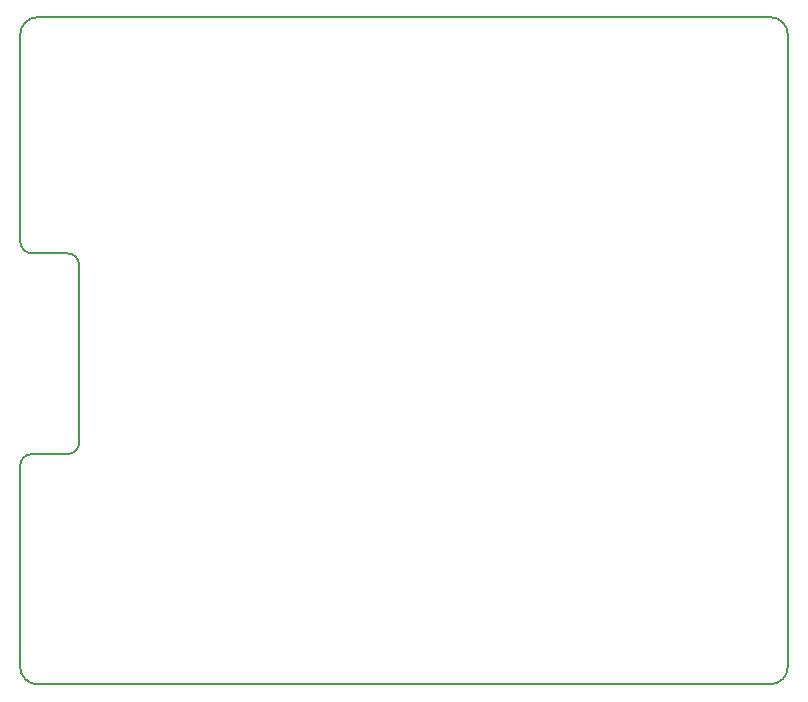
<source format=gm1>
G04 #@! TF.FileFunction,Profile,NP*
%FSLAX46Y46*%
G04 Gerber Fmt 4.6, Leading zero omitted, Abs format (unit mm)*
G04 Created by KiCad (PCBNEW 4.0.2+dfsg1-stable) date Mon 26 Jun 2017 02:51:28 PM CEST*
%MOMM*%
G01*
G04 APERTURE LIST*
%ADD10C,0.100000*%
%ADD11C,0.150000*%
G04 APERTURE END LIST*
D10*
D11*
X129500000Y-71500000D02*
X191500000Y-71500000D01*
X128000000Y-90500000D02*
X128000000Y-73000000D01*
X128000000Y-90500000D02*
G75*
G03X129000000Y-91500000I1000000J0D01*
G01*
X129000000Y-91500000D02*
X132000000Y-91500000D01*
X133000000Y-92500000D02*
G75*
G03X132000000Y-91500000I-1000000J0D01*
G01*
X133000000Y-107500000D02*
X133000000Y-92500000D01*
X128000000Y-126500000D02*
X128000000Y-109500000D01*
X129000000Y-108500000D02*
X132000000Y-108500000D01*
X132000000Y-108500000D02*
G75*
G03X133000000Y-107500000I0J1000000D01*
G01*
X129000000Y-108500000D02*
G75*
G03X128000000Y-109500000I0J-1000000D01*
G01*
X191500000Y-128000000D02*
X129500000Y-128000000D01*
X193000000Y-73000000D02*
X193000000Y-126500000D01*
X129500000Y-71500000D02*
G75*
G03X128000000Y-73000000I0J-1500000D01*
G01*
X128000000Y-126500000D02*
G75*
G03X129500000Y-128000000I1500000J0D01*
G01*
X191500000Y-128000000D02*
G75*
G03X193000000Y-126500000I0J1500000D01*
G01*
X193000000Y-73000000D02*
G75*
G03X191500000Y-71500000I-1500000J0D01*
G01*
M02*

</source>
